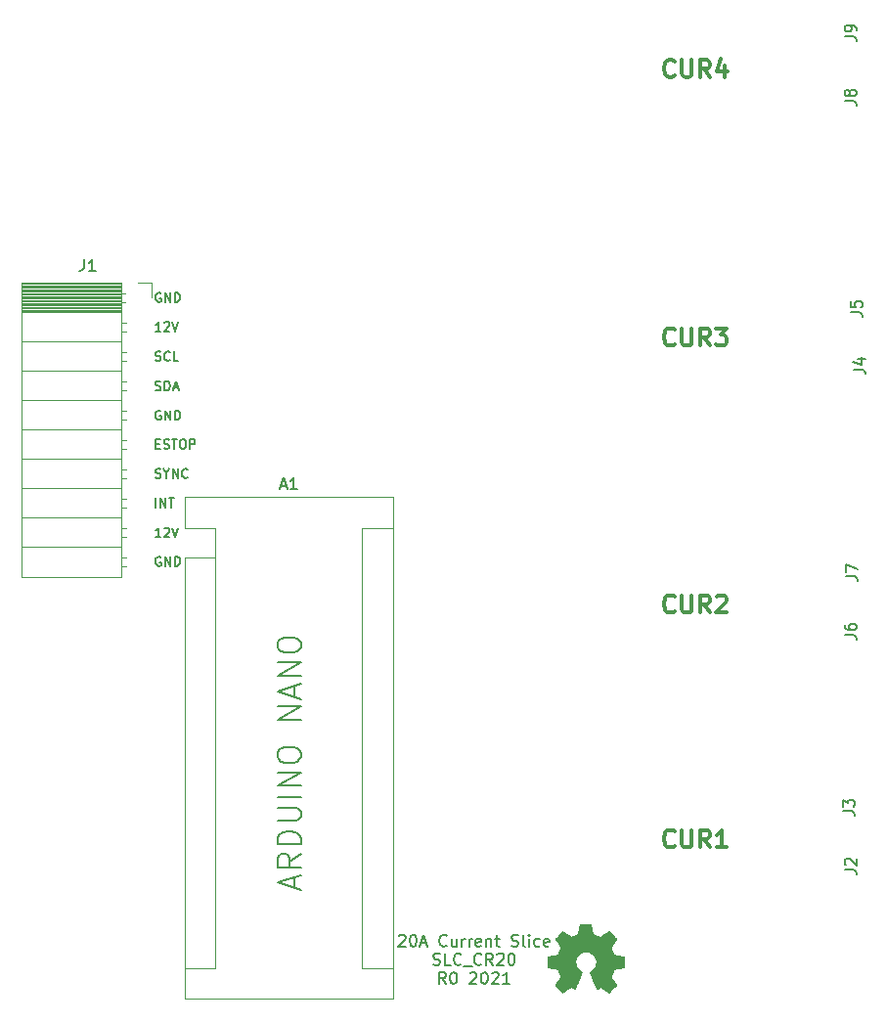
<source format=gbr>
%TF.GenerationSoftware,KiCad,Pcbnew,(6.0.4)*%
%TF.CreationDate,2023-07-24T13:01:57-04:00*%
%TF.ProjectId,BREAD_Slice,42524541-445f-4536-9c69-63652e6b6963,rev?*%
%TF.SameCoordinates,Original*%
%TF.FileFunction,Legend,Top*%
%TF.FilePolarity,Positive*%
%FSLAX46Y46*%
G04 Gerber Fmt 4.6, Leading zero omitted, Abs format (unit mm)*
G04 Created by KiCad (PCBNEW (6.0.4)) date 2023-07-24 13:01:57*
%MOMM*%
%LPD*%
G01*
G04 APERTURE LIST*
%ADD10C,0.300000*%
%ADD11C,0.150000*%
%ADD12C,0.120000*%
%ADD13C,0.010000*%
G04 APERTURE END LIST*
D10*
X176014285Y-126235714D02*
X175942857Y-126307142D01*
X175728571Y-126378571D01*
X175585714Y-126378571D01*
X175371428Y-126307142D01*
X175228571Y-126164285D01*
X175157142Y-126021428D01*
X175085714Y-125735714D01*
X175085714Y-125521428D01*
X175157142Y-125235714D01*
X175228571Y-125092857D01*
X175371428Y-124950000D01*
X175585714Y-124878571D01*
X175728571Y-124878571D01*
X175942857Y-124950000D01*
X176014285Y-125021428D01*
X176657142Y-124878571D02*
X176657142Y-126092857D01*
X176728571Y-126235714D01*
X176800000Y-126307142D01*
X176942857Y-126378571D01*
X177228571Y-126378571D01*
X177371428Y-126307142D01*
X177442857Y-126235714D01*
X177514285Y-126092857D01*
X177514285Y-124878571D01*
X179085714Y-126378571D02*
X178585714Y-125664285D01*
X178228571Y-126378571D02*
X178228571Y-124878571D01*
X178800000Y-124878571D01*
X178942857Y-124950000D01*
X179014285Y-125021428D01*
X179085714Y-125164285D01*
X179085714Y-125378571D01*
X179014285Y-125521428D01*
X178942857Y-125592857D01*
X178800000Y-125664285D01*
X178228571Y-125664285D01*
X180514285Y-126378571D02*
X179657142Y-126378571D01*
X180085714Y-126378571D02*
X180085714Y-124878571D01*
X179942857Y-125092857D01*
X179800000Y-125235714D01*
X179657142Y-125307142D01*
D11*
X131540476Y-88600000D02*
X131464285Y-88561904D01*
X131350000Y-88561904D01*
X131235714Y-88600000D01*
X131159523Y-88676190D01*
X131121428Y-88752380D01*
X131083333Y-88904761D01*
X131083333Y-89019047D01*
X131121428Y-89171428D01*
X131159523Y-89247619D01*
X131235714Y-89323809D01*
X131350000Y-89361904D01*
X131426190Y-89361904D01*
X131540476Y-89323809D01*
X131578571Y-89285714D01*
X131578571Y-89019047D01*
X131426190Y-89019047D01*
X131921428Y-89361904D02*
X131921428Y-88561904D01*
X132378571Y-89361904D01*
X132378571Y-88561904D01*
X132759523Y-89361904D02*
X132759523Y-88561904D01*
X132950000Y-88561904D01*
X133064285Y-88600000D01*
X133140476Y-88676190D01*
X133178571Y-88752380D01*
X133216666Y-88904761D01*
X133216666Y-89019047D01*
X133178571Y-89171428D01*
X133140476Y-89247619D01*
X133064285Y-89323809D01*
X132950000Y-89361904D01*
X132759523Y-89361904D01*
X131540476Y-99511904D02*
X131083334Y-99511904D01*
X131311905Y-99511904D02*
X131311905Y-98711904D01*
X131235715Y-98826190D01*
X131159524Y-98902380D01*
X131083334Y-98940476D01*
X131845238Y-98788095D02*
X131883334Y-98750000D01*
X131959524Y-98711904D01*
X132150000Y-98711904D01*
X132226191Y-98750000D01*
X132264286Y-98788095D01*
X132302381Y-98864285D01*
X132302381Y-98940476D01*
X132264286Y-99054761D01*
X131807143Y-99511904D01*
X132302381Y-99511904D01*
X132530953Y-98711904D02*
X132797619Y-99511904D01*
X133064286Y-98711904D01*
X131083333Y-94373809D02*
X131197619Y-94411904D01*
X131388095Y-94411904D01*
X131464286Y-94373809D01*
X131502381Y-94335714D01*
X131540476Y-94259523D01*
X131540476Y-94183333D01*
X131502381Y-94107142D01*
X131464286Y-94069047D01*
X131388095Y-94030952D01*
X131235714Y-93992857D01*
X131159524Y-93954761D01*
X131121429Y-93916666D01*
X131083333Y-93840476D01*
X131083333Y-93764285D01*
X131121429Y-93688095D01*
X131159524Y-93650000D01*
X131235714Y-93611904D01*
X131426190Y-93611904D01*
X131540476Y-93650000D01*
X132035714Y-94030952D02*
X132035714Y-94411904D01*
X131769048Y-93611904D02*
X132035714Y-94030952D01*
X132302381Y-93611904D01*
X132569048Y-94411904D02*
X132569048Y-93611904D01*
X133026190Y-94411904D01*
X133026190Y-93611904D01*
X133864286Y-94335714D02*
X133826190Y-94373809D01*
X133711905Y-94411904D01*
X133635714Y-94411904D01*
X133521429Y-94373809D01*
X133445238Y-94297619D01*
X133407143Y-94221428D01*
X133369048Y-94069047D01*
X133369048Y-93954761D01*
X133407143Y-93802380D01*
X133445238Y-93726190D01*
X133521429Y-93650000D01*
X133635714Y-93611904D01*
X133711905Y-93611904D01*
X133826190Y-93650000D01*
X133864286Y-93688095D01*
X131121428Y-96961904D02*
X131121428Y-96161904D01*
X131502380Y-96961904D02*
X131502380Y-96161904D01*
X131959523Y-96961904D01*
X131959523Y-96161904D01*
X132226190Y-96161904D02*
X132683333Y-96161904D01*
X132454761Y-96961904D02*
X132454761Y-96161904D01*
X131121428Y-91442857D02*
X131388095Y-91442857D01*
X131502380Y-91861904D02*
X131121428Y-91861904D01*
X131121428Y-91061904D01*
X131502380Y-91061904D01*
X131807142Y-91823809D02*
X131921428Y-91861904D01*
X132111904Y-91861904D01*
X132188095Y-91823809D01*
X132226190Y-91785714D01*
X132264285Y-91709523D01*
X132264285Y-91633333D01*
X132226190Y-91557142D01*
X132188095Y-91519047D01*
X132111904Y-91480952D01*
X131959523Y-91442857D01*
X131883333Y-91404761D01*
X131845238Y-91366666D01*
X131807142Y-91290476D01*
X131807142Y-91214285D01*
X131845238Y-91138095D01*
X131883333Y-91100000D01*
X131959523Y-91061904D01*
X132149999Y-91061904D01*
X132264285Y-91100000D01*
X132492857Y-91061904D02*
X132949999Y-91061904D01*
X132721428Y-91861904D02*
X132721428Y-91061904D01*
X133369047Y-91061904D02*
X133521428Y-91061904D01*
X133597619Y-91100000D01*
X133673809Y-91176190D01*
X133711904Y-91328571D01*
X133711904Y-91595238D01*
X133673809Y-91747619D01*
X133597619Y-91823809D01*
X133521428Y-91861904D01*
X133369047Y-91861904D01*
X133292857Y-91823809D01*
X133216666Y-91747619D01*
X133178571Y-91595238D01*
X133178571Y-91328571D01*
X133216666Y-91176190D01*
X133292857Y-91100000D01*
X133369047Y-91061904D01*
X134054761Y-91861904D02*
X134054761Y-91061904D01*
X134359523Y-91061904D01*
X134435714Y-91100000D01*
X134473809Y-91138095D01*
X134511904Y-91214285D01*
X134511904Y-91328571D01*
X134473809Y-91404761D01*
X134435714Y-91442857D01*
X134359523Y-91480952D01*
X134054761Y-91480952D01*
X131083333Y-86773809D02*
X131197619Y-86811904D01*
X131388095Y-86811904D01*
X131464285Y-86773809D01*
X131502381Y-86735714D01*
X131540476Y-86659523D01*
X131540476Y-86583333D01*
X131502381Y-86507142D01*
X131464285Y-86469047D01*
X131388095Y-86430952D01*
X131235714Y-86392857D01*
X131159523Y-86354761D01*
X131121428Y-86316666D01*
X131083333Y-86240476D01*
X131083333Y-86164285D01*
X131121428Y-86088095D01*
X131159523Y-86050000D01*
X131235714Y-86011904D01*
X131426190Y-86011904D01*
X131540476Y-86050000D01*
X131883333Y-86811904D02*
X131883333Y-86011904D01*
X132073809Y-86011904D01*
X132188095Y-86050000D01*
X132264285Y-86126190D01*
X132302381Y-86202380D01*
X132340476Y-86354761D01*
X132340476Y-86469047D01*
X132302381Y-86621428D01*
X132264285Y-86697619D01*
X132188095Y-86773809D01*
X132073809Y-86811904D01*
X131883333Y-86811904D01*
X132645238Y-86583333D02*
X133026190Y-86583333D01*
X132569047Y-86811904D02*
X132835714Y-86011904D01*
X133102381Y-86811904D01*
X143093333Y-129907142D02*
X143093333Y-128954761D01*
X143664761Y-130097619D02*
X141664761Y-129430952D01*
X143664761Y-128764285D01*
X143664761Y-126954761D02*
X142712380Y-127621428D01*
X143664761Y-128097619D02*
X141664761Y-128097619D01*
X141664761Y-127335714D01*
X141760000Y-127145238D01*
X141855238Y-127050000D01*
X142045714Y-126954761D01*
X142331428Y-126954761D01*
X142521904Y-127050000D01*
X142617142Y-127145238D01*
X142712380Y-127335714D01*
X142712380Y-128097619D01*
X143664761Y-126097619D02*
X141664761Y-126097619D01*
X141664761Y-125621428D01*
X141760000Y-125335714D01*
X141950476Y-125145238D01*
X142140952Y-125050000D01*
X142521904Y-124954761D01*
X142807619Y-124954761D01*
X143188571Y-125050000D01*
X143379047Y-125145238D01*
X143569523Y-125335714D01*
X143664761Y-125621428D01*
X143664761Y-126097619D01*
X141664761Y-124097619D02*
X143283809Y-124097619D01*
X143474285Y-124002380D01*
X143569523Y-123907142D01*
X143664761Y-123716666D01*
X143664761Y-123335714D01*
X143569523Y-123145238D01*
X143474285Y-123050000D01*
X143283809Y-122954761D01*
X141664761Y-122954761D01*
X143664761Y-122002380D02*
X141664761Y-122002380D01*
X143664761Y-121050000D02*
X141664761Y-121050000D01*
X143664761Y-119907142D01*
X141664761Y-119907142D01*
X141664761Y-118573809D02*
X141664761Y-118192857D01*
X141760000Y-118002380D01*
X141950476Y-117811904D01*
X142331428Y-117716666D01*
X142998095Y-117716666D01*
X143379047Y-117811904D01*
X143569523Y-118002380D01*
X143664761Y-118192857D01*
X143664761Y-118573809D01*
X143569523Y-118764285D01*
X143379047Y-118954761D01*
X142998095Y-119050000D01*
X142331428Y-119050000D01*
X141950476Y-118954761D01*
X141760000Y-118764285D01*
X141664761Y-118573809D01*
X143664761Y-115335714D02*
X141664761Y-115335714D01*
X143664761Y-114192857D01*
X141664761Y-114192857D01*
X143093333Y-113335714D02*
X143093333Y-112383333D01*
X143664761Y-113526190D02*
X141664761Y-112859523D01*
X143664761Y-112192857D01*
X143664761Y-111526190D02*
X141664761Y-111526190D01*
X143664761Y-110383333D01*
X141664761Y-110383333D01*
X141664761Y-109050000D02*
X141664761Y-108669047D01*
X141760000Y-108478571D01*
X141950476Y-108288095D01*
X142331428Y-108192857D01*
X142998095Y-108192857D01*
X143379047Y-108288095D01*
X143569523Y-108478571D01*
X143664761Y-108669047D01*
X143664761Y-109050000D01*
X143569523Y-109240476D01*
X143379047Y-109430952D01*
X142998095Y-109526190D01*
X142331428Y-109526190D01*
X141950476Y-109430952D01*
X141760000Y-109240476D01*
X141664761Y-109050000D01*
D10*
X176014285Y-59560714D02*
X175942857Y-59632142D01*
X175728571Y-59703571D01*
X175585714Y-59703571D01*
X175371428Y-59632142D01*
X175228571Y-59489285D01*
X175157142Y-59346428D01*
X175085714Y-59060714D01*
X175085714Y-58846428D01*
X175157142Y-58560714D01*
X175228571Y-58417857D01*
X175371428Y-58275000D01*
X175585714Y-58203571D01*
X175728571Y-58203571D01*
X175942857Y-58275000D01*
X176014285Y-58346428D01*
X176657142Y-58203571D02*
X176657142Y-59417857D01*
X176728571Y-59560714D01*
X176800000Y-59632142D01*
X176942857Y-59703571D01*
X177228571Y-59703571D01*
X177371428Y-59632142D01*
X177442857Y-59560714D01*
X177514285Y-59417857D01*
X177514285Y-58203571D01*
X179085714Y-59703571D02*
X178585714Y-58989285D01*
X178228571Y-59703571D02*
X178228571Y-58203571D01*
X178800000Y-58203571D01*
X178942857Y-58275000D01*
X179014285Y-58346428D01*
X179085714Y-58489285D01*
X179085714Y-58703571D01*
X179014285Y-58846428D01*
X178942857Y-58917857D01*
X178800000Y-58989285D01*
X178228571Y-58989285D01*
X180371428Y-58703571D02*
X180371428Y-59703571D01*
X180014285Y-58132142D02*
X179657142Y-59203571D01*
X180585714Y-59203571D01*
D11*
X152144190Y-134054619D02*
X152191809Y-134007000D01*
X152287047Y-133959380D01*
X152525142Y-133959380D01*
X152620380Y-134007000D01*
X152668000Y-134054619D01*
X152715619Y-134149857D01*
X152715619Y-134245095D01*
X152668000Y-134387952D01*
X152096571Y-134959380D01*
X152715619Y-134959380D01*
X153334666Y-133959380D02*
X153429904Y-133959380D01*
X153525142Y-134007000D01*
X153572761Y-134054619D01*
X153620380Y-134149857D01*
X153668000Y-134340333D01*
X153668000Y-134578428D01*
X153620380Y-134768904D01*
X153572761Y-134864142D01*
X153525142Y-134911761D01*
X153429904Y-134959380D01*
X153334666Y-134959380D01*
X153239428Y-134911761D01*
X153191809Y-134864142D01*
X153144190Y-134768904D01*
X153096571Y-134578428D01*
X153096571Y-134340333D01*
X153144190Y-134149857D01*
X153191809Y-134054619D01*
X153239428Y-134007000D01*
X153334666Y-133959380D01*
X154048952Y-134673666D02*
X154525142Y-134673666D01*
X153953714Y-134959380D02*
X154287047Y-133959380D01*
X154620380Y-134959380D01*
X156287047Y-134864142D02*
X156239428Y-134911761D01*
X156096571Y-134959380D01*
X156001333Y-134959380D01*
X155858476Y-134911761D01*
X155763238Y-134816523D01*
X155715619Y-134721285D01*
X155668000Y-134530809D01*
X155668000Y-134387952D01*
X155715619Y-134197476D01*
X155763238Y-134102238D01*
X155858476Y-134007000D01*
X156001333Y-133959380D01*
X156096571Y-133959380D01*
X156239428Y-134007000D01*
X156287047Y-134054619D01*
X157144190Y-134292714D02*
X157144190Y-134959380D01*
X156715619Y-134292714D02*
X156715619Y-134816523D01*
X156763238Y-134911761D01*
X156858476Y-134959380D01*
X157001333Y-134959380D01*
X157096571Y-134911761D01*
X157144190Y-134864142D01*
X157620380Y-134959380D02*
X157620380Y-134292714D01*
X157620380Y-134483190D02*
X157668000Y-134387952D01*
X157715619Y-134340333D01*
X157810857Y-134292714D01*
X157906095Y-134292714D01*
X158239428Y-134959380D02*
X158239428Y-134292714D01*
X158239428Y-134483190D02*
X158287047Y-134387952D01*
X158334666Y-134340333D01*
X158429904Y-134292714D01*
X158525142Y-134292714D01*
X159239428Y-134911761D02*
X159144190Y-134959380D01*
X158953714Y-134959380D01*
X158858476Y-134911761D01*
X158810857Y-134816523D01*
X158810857Y-134435571D01*
X158858476Y-134340333D01*
X158953714Y-134292714D01*
X159144190Y-134292714D01*
X159239428Y-134340333D01*
X159287047Y-134435571D01*
X159287047Y-134530809D01*
X158810857Y-134626047D01*
X159715619Y-134292714D02*
X159715619Y-134959380D01*
X159715619Y-134387952D02*
X159763238Y-134340333D01*
X159858476Y-134292714D01*
X160001333Y-134292714D01*
X160096571Y-134340333D01*
X160144190Y-134435571D01*
X160144190Y-134959380D01*
X160477523Y-134292714D02*
X160858476Y-134292714D01*
X160620380Y-133959380D02*
X160620380Y-134816523D01*
X160668000Y-134911761D01*
X160763238Y-134959380D01*
X160858476Y-134959380D01*
X161906095Y-134911761D02*
X162048952Y-134959380D01*
X162287047Y-134959380D01*
X162382285Y-134911761D01*
X162429904Y-134864142D01*
X162477523Y-134768904D01*
X162477523Y-134673666D01*
X162429904Y-134578428D01*
X162382285Y-134530809D01*
X162287047Y-134483190D01*
X162096571Y-134435571D01*
X162001333Y-134387952D01*
X161953714Y-134340333D01*
X161906095Y-134245095D01*
X161906095Y-134149857D01*
X161953714Y-134054619D01*
X162001333Y-134007000D01*
X162096571Y-133959380D01*
X162334666Y-133959380D01*
X162477523Y-134007000D01*
X163048952Y-134959380D02*
X162953714Y-134911761D01*
X162906095Y-134816523D01*
X162906095Y-133959380D01*
X163429904Y-134959380D02*
X163429904Y-134292714D01*
X163429904Y-133959380D02*
X163382285Y-134007000D01*
X163429904Y-134054619D01*
X163477523Y-134007000D01*
X163429904Y-133959380D01*
X163429904Y-134054619D01*
X164334666Y-134911761D02*
X164239428Y-134959380D01*
X164048952Y-134959380D01*
X163953714Y-134911761D01*
X163906095Y-134864142D01*
X163858476Y-134768904D01*
X163858476Y-134483190D01*
X163906095Y-134387952D01*
X163953714Y-134340333D01*
X164048952Y-134292714D01*
X164239428Y-134292714D01*
X164334666Y-134340333D01*
X165144190Y-134911761D02*
X165048952Y-134959380D01*
X164858476Y-134959380D01*
X164763238Y-134911761D01*
X164715619Y-134816523D01*
X164715619Y-134435571D01*
X164763238Y-134340333D01*
X164858476Y-134292714D01*
X165048952Y-134292714D01*
X165144190Y-134340333D01*
X165191809Y-134435571D01*
X165191809Y-134530809D01*
X164715619Y-134626047D01*
X155144190Y-136521761D02*
X155287047Y-136569380D01*
X155525142Y-136569380D01*
X155620380Y-136521761D01*
X155668000Y-136474142D01*
X155715619Y-136378904D01*
X155715619Y-136283666D01*
X155668000Y-136188428D01*
X155620380Y-136140809D01*
X155525142Y-136093190D01*
X155334666Y-136045571D01*
X155239428Y-135997952D01*
X155191809Y-135950333D01*
X155144190Y-135855095D01*
X155144190Y-135759857D01*
X155191809Y-135664619D01*
X155239428Y-135617000D01*
X155334666Y-135569380D01*
X155572761Y-135569380D01*
X155715619Y-135617000D01*
X156620380Y-136569380D02*
X156144190Y-136569380D01*
X156144190Y-135569380D01*
X157525142Y-136474142D02*
X157477523Y-136521761D01*
X157334666Y-136569380D01*
X157239428Y-136569380D01*
X157096571Y-136521761D01*
X157001333Y-136426523D01*
X156953714Y-136331285D01*
X156906095Y-136140809D01*
X156906095Y-135997952D01*
X156953714Y-135807476D01*
X157001333Y-135712238D01*
X157096571Y-135617000D01*
X157239428Y-135569380D01*
X157334666Y-135569380D01*
X157477523Y-135617000D01*
X157525142Y-135664619D01*
X157715619Y-136664619D02*
X158477523Y-136664619D01*
X159287047Y-136474142D02*
X159239428Y-136521761D01*
X159096571Y-136569380D01*
X159001333Y-136569380D01*
X158858476Y-136521761D01*
X158763238Y-136426523D01*
X158715619Y-136331285D01*
X158668000Y-136140809D01*
X158668000Y-135997952D01*
X158715619Y-135807476D01*
X158763238Y-135712238D01*
X158858476Y-135617000D01*
X159001333Y-135569380D01*
X159096571Y-135569380D01*
X159239428Y-135617000D01*
X159287047Y-135664619D01*
X160287047Y-136569380D02*
X159953714Y-136093190D01*
X159715619Y-136569380D02*
X159715619Y-135569380D01*
X160096571Y-135569380D01*
X160191809Y-135617000D01*
X160239428Y-135664619D01*
X160287047Y-135759857D01*
X160287047Y-135902714D01*
X160239428Y-135997952D01*
X160191809Y-136045571D01*
X160096571Y-136093190D01*
X159715619Y-136093190D01*
X160668000Y-135664619D02*
X160715619Y-135617000D01*
X160810857Y-135569380D01*
X161048952Y-135569380D01*
X161144190Y-135617000D01*
X161191809Y-135664619D01*
X161239428Y-135759857D01*
X161239428Y-135855095D01*
X161191809Y-135997952D01*
X160620380Y-136569380D01*
X161239428Y-136569380D01*
X161858476Y-135569380D02*
X161953714Y-135569380D01*
X162048952Y-135617000D01*
X162096571Y-135664619D01*
X162144190Y-135759857D01*
X162191809Y-135950333D01*
X162191809Y-136188428D01*
X162144190Y-136378904D01*
X162096571Y-136474142D01*
X162048952Y-136521761D01*
X161953714Y-136569380D01*
X161858476Y-136569380D01*
X161763238Y-136521761D01*
X161715619Y-136474142D01*
X161668000Y-136378904D01*
X161620380Y-136188428D01*
X161620380Y-135950333D01*
X161668000Y-135759857D01*
X161715619Y-135664619D01*
X161763238Y-135617000D01*
X161858476Y-135569380D01*
X156215619Y-138179380D02*
X155882285Y-137703190D01*
X155644190Y-138179380D02*
X155644190Y-137179380D01*
X156025142Y-137179380D01*
X156120380Y-137227000D01*
X156168000Y-137274619D01*
X156215619Y-137369857D01*
X156215619Y-137512714D01*
X156168000Y-137607952D01*
X156120380Y-137655571D01*
X156025142Y-137703190D01*
X155644190Y-137703190D01*
X156834666Y-137179380D02*
X156929904Y-137179380D01*
X157025142Y-137227000D01*
X157072761Y-137274619D01*
X157120380Y-137369857D01*
X157168000Y-137560333D01*
X157168000Y-137798428D01*
X157120380Y-137988904D01*
X157072761Y-138084142D01*
X157025142Y-138131761D01*
X156929904Y-138179380D01*
X156834666Y-138179380D01*
X156739428Y-138131761D01*
X156691809Y-138084142D01*
X156644190Y-137988904D01*
X156596571Y-137798428D01*
X156596571Y-137560333D01*
X156644190Y-137369857D01*
X156691809Y-137274619D01*
X156739428Y-137227000D01*
X156834666Y-137179380D01*
X158310857Y-137274619D02*
X158358476Y-137227000D01*
X158453714Y-137179380D01*
X158691809Y-137179380D01*
X158787047Y-137227000D01*
X158834666Y-137274619D01*
X158882285Y-137369857D01*
X158882285Y-137465095D01*
X158834666Y-137607952D01*
X158263238Y-138179380D01*
X158882285Y-138179380D01*
X159501333Y-137179380D02*
X159596571Y-137179380D01*
X159691809Y-137227000D01*
X159739428Y-137274619D01*
X159787047Y-137369857D01*
X159834666Y-137560333D01*
X159834666Y-137798428D01*
X159787047Y-137988904D01*
X159739428Y-138084142D01*
X159691809Y-138131761D01*
X159596571Y-138179380D01*
X159501333Y-138179380D01*
X159406095Y-138131761D01*
X159358476Y-138084142D01*
X159310857Y-137988904D01*
X159263238Y-137798428D01*
X159263238Y-137560333D01*
X159310857Y-137369857D01*
X159358476Y-137274619D01*
X159406095Y-137227000D01*
X159501333Y-137179380D01*
X160215619Y-137274619D02*
X160263238Y-137227000D01*
X160358476Y-137179380D01*
X160596571Y-137179380D01*
X160691809Y-137227000D01*
X160739428Y-137274619D01*
X160787047Y-137369857D01*
X160787047Y-137465095D01*
X160739428Y-137607952D01*
X160168000Y-138179380D01*
X160787047Y-138179380D01*
X161739428Y-138179380D02*
X161168000Y-138179380D01*
X161453714Y-138179380D02*
X161453714Y-137179380D01*
X161358476Y-137322238D01*
X161263238Y-137417476D01*
X161168000Y-137465095D01*
X131540476Y-78400000D02*
X131464285Y-78361904D01*
X131350000Y-78361904D01*
X131235714Y-78400000D01*
X131159523Y-78476190D01*
X131121428Y-78552380D01*
X131083333Y-78704761D01*
X131083333Y-78819047D01*
X131121428Y-78971428D01*
X131159523Y-79047619D01*
X131235714Y-79123809D01*
X131350000Y-79161904D01*
X131426190Y-79161904D01*
X131540476Y-79123809D01*
X131578571Y-79085714D01*
X131578571Y-78819047D01*
X131426190Y-78819047D01*
X131921428Y-79161904D02*
X131921428Y-78361904D01*
X132378571Y-79161904D01*
X132378571Y-78361904D01*
X132759523Y-79161904D02*
X132759523Y-78361904D01*
X132950000Y-78361904D01*
X133064285Y-78400000D01*
X133140476Y-78476190D01*
X133178571Y-78552380D01*
X133216666Y-78704761D01*
X133216666Y-78819047D01*
X133178571Y-78971428D01*
X133140476Y-79047619D01*
X133064285Y-79123809D01*
X132950000Y-79161904D01*
X132759523Y-79161904D01*
D10*
X176014285Y-105915714D02*
X175942857Y-105987142D01*
X175728571Y-106058571D01*
X175585714Y-106058571D01*
X175371428Y-105987142D01*
X175228571Y-105844285D01*
X175157142Y-105701428D01*
X175085714Y-105415714D01*
X175085714Y-105201428D01*
X175157142Y-104915714D01*
X175228571Y-104772857D01*
X175371428Y-104630000D01*
X175585714Y-104558571D01*
X175728571Y-104558571D01*
X175942857Y-104630000D01*
X176014285Y-104701428D01*
X176657142Y-104558571D02*
X176657142Y-105772857D01*
X176728571Y-105915714D01*
X176800000Y-105987142D01*
X176942857Y-106058571D01*
X177228571Y-106058571D01*
X177371428Y-105987142D01*
X177442857Y-105915714D01*
X177514285Y-105772857D01*
X177514285Y-104558571D01*
X179085714Y-106058571D02*
X178585714Y-105344285D01*
X178228571Y-106058571D02*
X178228571Y-104558571D01*
X178800000Y-104558571D01*
X178942857Y-104630000D01*
X179014285Y-104701428D01*
X179085714Y-104844285D01*
X179085714Y-105058571D01*
X179014285Y-105201428D01*
X178942857Y-105272857D01*
X178800000Y-105344285D01*
X178228571Y-105344285D01*
X179657142Y-104701428D02*
X179728571Y-104630000D01*
X179871428Y-104558571D01*
X180228571Y-104558571D01*
X180371428Y-104630000D01*
X180442857Y-104701428D01*
X180514285Y-104844285D01*
X180514285Y-104987142D01*
X180442857Y-105201428D01*
X179585714Y-106058571D01*
X180514285Y-106058571D01*
D11*
X131540476Y-81711904D02*
X131083334Y-81711904D01*
X131311905Y-81711904D02*
X131311905Y-80911904D01*
X131235715Y-81026190D01*
X131159524Y-81102380D01*
X131083334Y-81140476D01*
X131845238Y-80988095D02*
X131883334Y-80950000D01*
X131959524Y-80911904D01*
X132150000Y-80911904D01*
X132226191Y-80950000D01*
X132264286Y-80988095D01*
X132302381Y-81064285D01*
X132302381Y-81140476D01*
X132264286Y-81254761D01*
X131807143Y-81711904D01*
X132302381Y-81711904D01*
X132530953Y-80911904D02*
X132797619Y-81711904D01*
X133064286Y-80911904D01*
D10*
X176014285Y-82801714D02*
X175942857Y-82873142D01*
X175728571Y-82944571D01*
X175585714Y-82944571D01*
X175371428Y-82873142D01*
X175228571Y-82730285D01*
X175157142Y-82587428D01*
X175085714Y-82301714D01*
X175085714Y-82087428D01*
X175157142Y-81801714D01*
X175228571Y-81658857D01*
X175371428Y-81516000D01*
X175585714Y-81444571D01*
X175728571Y-81444571D01*
X175942857Y-81516000D01*
X176014285Y-81587428D01*
X176657142Y-81444571D02*
X176657142Y-82658857D01*
X176728571Y-82801714D01*
X176800000Y-82873142D01*
X176942857Y-82944571D01*
X177228571Y-82944571D01*
X177371428Y-82873142D01*
X177442857Y-82801714D01*
X177514285Y-82658857D01*
X177514285Y-81444571D01*
X179085714Y-82944571D02*
X178585714Y-82230285D01*
X178228571Y-82944571D02*
X178228571Y-81444571D01*
X178800000Y-81444571D01*
X178942857Y-81516000D01*
X179014285Y-81587428D01*
X179085714Y-81730285D01*
X179085714Y-81944571D01*
X179014285Y-82087428D01*
X178942857Y-82158857D01*
X178800000Y-82230285D01*
X178228571Y-82230285D01*
X179585714Y-81444571D02*
X180514285Y-81444571D01*
X180014285Y-82016000D01*
X180228571Y-82016000D01*
X180371428Y-82087428D01*
X180442857Y-82158857D01*
X180514285Y-82301714D01*
X180514285Y-82658857D01*
X180442857Y-82801714D01*
X180371428Y-82873142D01*
X180228571Y-82944571D01*
X179800000Y-82944571D01*
X179657142Y-82873142D01*
X179585714Y-82801714D01*
D11*
X131540476Y-101250000D02*
X131464285Y-101211904D01*
X131350000Y-101211904D01*
X131235714Y-101250000D01*
X131159523Y-101326190D01*
X131121428Y-101402380D01*
X131083333Y-101554761D01*
X131083333Y-101669047D01*
X131121428Y-101821428D01*
X131159523Y-101897619D01*
X131235714Y-101973809D01*
X131350000Y-102011904D01*
X131426190Y-102011904D01*
X131540476Y-101973809D01*
X131578571Y-101935714D01*
X131578571Y-101669047D01*
X131426190Y-101669047D01*
X131921428Y-102011904D02*
X131921428Y-101211904D01*
X132378571Y-102011904D01*
X132378571Y-101211904D01*
X132759523Y-102011904D02*
X132759523Y-101211904D01*
X132950000Y-101211904D01*
X133064285Y-101250000D01*
X133140476Y-101326190D01*
X133178571Y-101402380D01*
X133216666Y-101554761D01*
X133216666Y-101669047D01*
X133178571Y-101821428D01*
X133140476Y-101897619D01*
X133064285Y-101973809D01*
X132950000Y-102011904D01*
X132759523Y-102011904D01*
X131083334Y-84223809D02*
X131197619Y-84261904D01*
X131388095Y-84261904D01*
X131464286Y-84223809D01*
X131502381Y-84185714D01*
X131540476Y-84109523D01*
X131540476Y-84033333D01*
X131502381Y-83957142D01*
X131464286Y-83919047D01*
X131388095Y-83880952D01*
X131235715Y-83842857D01*
X131159524Y-83804761D01*
X131121429Y-83766666D01*
X131083334Y-83690476D01*
X131083334Y-83614285D01*
X131121429Y-83538095D01*
X131159524Y-83500000D01*
X131235715Y-83461904D01*
X131426191Y-83461904D01*
X131540476Y-83500000D01*
X132340476Y-84185714D02*
X132302381Y-84223809D01*
X132188095Y-84261904D01*
X132111905Y-84261904D01*
X131997619Y-84223809D01*
X131921429Y-84147619D01*
X131883334Y-84071428D01*
X131845238Y-83919047D01*
X131845238Y-83804761D01*
X131883334Y-83652380D01*
X131921429Y-83576190D01*
X131997619Y-83500000D01*
X132111905Y-83461904D01*
X132188095Y-83461904D01*
X132302381Y-83500000D01*
X132340476Y-83538095D01*
X133064286Y-84261904D02*
X132683334Y-84261904D01*
X132683334Y-83461904D01*
%TO.C,A1*%
X141905714Y-95086666D02*
X142381904Y-95086666D01*
X141810476Y-95372380D02*
X142143809Y-94372380D01*
X142477142Y-95372380D01*
X143334285Y-95372380D02*
X142762857Y-95372380D01*
X143048571Y-95372380D02*
X143048571Y-94372380D01*
X142953333Y-94515238D01*
X142858095Y-94610476D01*
X142762857Y-94658095D01*
%TO.C,J1*%
X124886666Y-75482380D02*
X124886666Y-76196666D01*
X124839047Y-76339523D01*
X124743809Y-76434761D01*
X124600952Y-76482380D01*
X124505714Y-76482380D01*
X125886666Y-76482380D02*
X125315238Y-76482380D01*
X125600952Y-76482380D02*
X125600952Y-75482380D01*
X125505714Y-75625238D01*
X125410476Y-75720476D01*
X125315238Y-75768095D01*
%TO.C,J2*%
X190751380Y-128322333D02*
X191465666Y-128322333D01*
X191608523Y-128369952D01*
X191703761Y-128465190D01*
X191751380Y-128608047D01*
X191751380Y-128703285D01*
X190846619Y-127893761D02*
X190799000Y-127846142D01*
X190751380Y-127750904D01*
X190751380Y-127512809D01*
X190799000Y-127417571D01*
X190846619Y-127369952D01*
X190941857Y-127322333D01*
X191037095Y-127322333D01*
X191179952Y-127369952D01*
X191751380Y-127941380D01*
X191751380Y-127322333D01*
%TO.C,J3*%
X190624380Y-123242333D02*
X191338666Y-123242333D01*
X191481523Y-123289952D01*
X191576761Y-123385190D01*
X191624380Y-123528047D01*
X191624380Y-123623285D01*
X190624380Y-122861380D02*
X190624380Y-122242333D01*
X191005333Y-122575666D01*
X191005333Y-122432809D01*
X191052952Y-122337571D01*
X191100571Y-122289952D01*
X191195809Y-122242333D01*
X191433904Y-122242333D01*
X191529142Y-122289952D01*
X191576761Y-122337571D01*
X191624380Y-122432809D01*
X191624380Y-122718523D01*
X191576761Y-122813761D01*
X191529142Y-122861380D01*
%TO.C,J4*%
X191513380Y-85015333D02*
X192227666Y-85015333D01*
X192370523Y-85062952D01*
X192465761Y-85158190D01*
X192513380Y-85301047D01*
X192513380Y-85396285D01*
X191846714Y-84110571D02*
X192513380Y-84110571D01*
X191465761Y-84348666D02*
X192180047Y-84586761D01*
X192180047Y-83967714D01*
%TO.C,J5*%
X191259380Y-80062333D02*
X191973666Y-80062333D01*
X192116523Y-80109952D01*
X192211761Y-80205190D01*
X192259380Y-80348047D01*
X192259380Y-80443285D01*
X191259380Y-79109952D02*
X191259380Y-79586142D01*
X191735571Y-79633761D01*
X191687952Y-79586142D01*
X191640333Y-79490904D01*
X191640333Y-79252809D01*
X191687952Y-79157571D01*
X191735571Y-79109952D01*
X191830809Y-79062333D01*
X192068904Y-79062333D01*
X192164142Y-79109952D01*
X192211761Y-79157571D01*
X192259380Y-79252809D01*
X192259380Y-79490904D01*
X192211761Y-79586142D01*
X192164142Y-79633761D01*
%TO.C,J6*%
X190751380Y-108002333D02*
X191465666Y-108002333D01*
X191608523Y-108049952D01*
X191703761Y-108145190D01*
X191751380Y-108288047D01*
X191751380Y-108383285D01*
X190751380Y-107097571D02*
X190751380Y-107288047D01*
X190799000Y-107383285D01*
X190846619Y-107430904D01*
X190989476Y-107526142D01*
X191179952Y-107573761D01*
X191560904Y-107573761D01*
X191656142Y-107526142D01*
X191703761Y-107478523D01*
X191751380Y-107383285D01*
X191751380Y-107192809D01*
X191703761Y-107097571D01*
X191656142Y-107049952D01*
X191560904Y-107002333D01*
X191322809Y-107002333D01*
X191227571Y-107049952D01*
X191179952Y-107097571D01*
X191132333Y-107192809D01*
X191132333Y-107383285D01*
X191179952Y-107478523D01*
X191227571Y-107526142D01*
X191322809Y-107573761D01*
%TO.C,J7*%
X190878380Y-102922333D02*
X191592666Y-102922333D01*
X191735523Y-102969952D01*
X191830761Y-103065190D01*
X191878380Y-103208047D01*
X191878380Y-103303285D01*
X190878380Y-102541380D02*
X190878380Y-101874714D01*
X191878380Y-102303285D01*
%TO.C,J8*%
X190751380Y-61774333D02*
X191465666Y-61774333D01*
X191608523Y-61821952D01*
X191703761Y-61917190D01*
X191751380Y-62060047D01*
X191751380Y-62155285D01*
X191179952Y-61155285D02*
X191132333Y-61250523D01*
X191084714Y-61298142D01*
X190989476Y-61345761D01*
X190941857Y-61345761D01*
X190846619Y-61298142D01*
X190799000Y-61250523D01*
X190751380Y-61155285D01*
X190751380Y-60964809D01*
X190799000Y-60869571D01*
X190846619Y-60821952D01*
X190941857Y-60774333D01*
X190989476Y-60774333D01*
X191084714Y-60821952D01*
X191132333Y-60869571D01*
X191179952Y-60964809D01*
X191179952Y-61155285D01*
X191227571Y-61250523D01*
X191275190Y-61298142D01*
X191370428Y-61345761D01*
X191560904Y-61345761D01*
X191656142Y-61298142D01*
X191703761Y-61250523D01*
X191751380Y-61155285D01*
X191751380Y-60964809D01*
X191703761Y-60869571D01*
X191656142Y-60821952D01*
X191560904Y-60774333D01*
X191370428Y-60774333D01*
X191275190Y-60821952D01*
X191227571Y-60869571D01*
X191179952Y-60964809D01*
%TO.C,J9*%
X190751380Y-56186333D02*
X191465666Y-56186333D01*
X191608523Y-56233952D01*
X191703761Y-56329190D01*
X191751380Y-56472047D01*
X191751380Y-56567285D01*
X191751380Y-55662523D02*
X191751380Y-55472047D01*
X191703761Y-55376809D01*
X191656142Y-55329190D01*
X191513285Y-55233952D01*
X191322809Y-55186333D01*
X190941857Y-55186333D01*
X190846619Y-55233952D01*
X190799000Y-55281571D01*
X190751380Y-55376809D01*
X190751380Y-55567285D01*
X190799000Y-55662523D01*
X190846619Y-55710142D01*
X190941857Y-55757761D01*
X191179952Y-55757761D01*
X191275190Y-55710142D01*
X191322809Y-55662523D01*
X191370428Y-55567285D01*
X191370428Y-55376809D01*
X191322809Y-55281571D01*
X191275190Y-55233952D01*
X191179952Y-55186333D01*
D12*
%TO.C,A1*%
X133600000Y-101270000D02*
X133600000Y-139500000D01*
X136270000Y-101270000D02*
X133600000Y-101270000D01*
X148970000Y-98730000D02*
X151640000Y-98730000D01*
X136270000Y-136830000D02*
X133600000Y-136830000D01*
X136270000Y-101270000D02*
X136270000Y-136830000D01*
X133600000Y-139500000D02*
X151640000Y-139500000D01*
X151640000Y-139500000D02*
X151640000Y-96060000D01*
X133600000Y-96060000D02*
X133600000Y-98730000D01*
X136270000Y-98730000D02*
X133600000Y-98730000D01*
X151640000Y-96060000D02*
X133600000Y-96060000D01*
X136270000Y-101270000D02*
X136270000Y-98730000D01*
X148970000Y-98730000D02*
X148970000Y-136830000D01*
X148970000Y-136830000D02*
X151640000Y-136830000D01*
%TO.C,J1*%
X128140000Y-79160000D02*
X128490000Y-79160000D01*
X119510000Y-78652855D02*
X128140000Y-78652855D01*
X128140000Y-96220000D02*
X128550000Y-96220000D01*
X119510000Y-77590000D02*
X128140000Y-77590000D01*
X119510000Y-90230000D02*
X128140000Y-90230000D01*
X129600000Y-77470000D02*
X130710000Y-77470000D01*
X119510000Y-100390000D02*
X128140000Y-100390000D01*
X119510000Y-79007140D02*
X128140000Y-79007140D01*
X128140000Y-94400000D02*
X128550000Y-94400000D01*
X119510000Y-77470000D02*
X128140000Y-77470000D01*
X119510000Y-79951900D02*
X128140000Y-79951900D01*
X128140000Y-81700000D02*
X128550000Y-81700000D01*
X119510000Y-102990000D02*
X128140000Y-102990000D01*
X128140000Y-96940000D02*
X128550000Y-96940000D01*
X128140000Y-93680000D02*
X128550000Y-93680000D01*
X119510000Y-97850000D02*
X128140000Y-97850000D01*
X119510000Y-87690000D02*
X128140000Y-87690000D01*
X119510000Y-95310000D02*
X128140000Y-95310000D01*
X119510000Y-80070000D02*
X128140000Y-80070000D01*
X128140000Y-101300000D02*
X128550000Y-101300000D01*
X119510000Y-77708095D02*
X128140000Y-77708095D01*
X119510000Y-79479520D02*
X128140000Y-79479520D01*
X119510000Y-77470000D02*
X119510000Y-102990000D01*
X128140000Y-98760000D02*
X128550000Y-98760000D01*
X119510000Y-79125235D02*
X128140000Y-79125235D01*
X119510000Y-78180475D02*
X128140000Y-78180475D01*
X130710000Y-77470000D02*
X130710000Y-78800000D01*
X119510000Y-79715710D02*
X128140000Y-79715710D01*
X119510000Y-79597615D02*
X128140000Y-79597615D01*
X128140000Y-83520000D02*
X128550000Y-83520000D01*
X128140000Y-91140000D02*
X128550000Y-91140000D01*
X128140000Y-80980000D02*
X128550000Y-80980000D01*
X128140000Y-102020000D02*
X128550000Y-102020000D01*
X119510000Y-78416665D02*
X128140000Y-78416665D01*
X128140000Y-91860000D02*
X128550000Y-91860000D01*
X119510000Y-78889045D02*
X128140000Y-78889045D01*
X119510000Y-85150000D02*
X128140000Y-85150000D01*
X119510000Y-77826190D02*
X128140000Y-77826190D01*
X119510000Y-78770950D02*
X128140000Y-78770950D01*
X128140000Y-89320000D02*
X128550000Y-89320000D01*
X119510000Y-78298570D02*
X128140000Y-78298570D01*
X119510000Y-79243330D02*
X128140000Y-79243330D01*
X128140000Y-77470000D02*
X128140000Y-102990000D01*
X128140000Y-86060000D02*
X128550000Y-86060000D01*
X128140000Y-84240000D02*
X128550000Y-84240000D01*
X119510000Y-92770000D02*
X128140000Y-92770000D01*
X128140000Y-78440000D02*
X128490000Y-78440000D01*
X128140000Y-99480000D02*
X128550000Y-99480000D01*
X119510000Y-78534760D02*
X128140000Y-78534760D01*
X119510000Y-82610000D02*
X128140000Y-82610000D01*
X119510000Y-78062380D02*
X128140000Y-78062380D01*
X119510000Y-79361425D02*
X128140000Y-79361425D01*
X119510000Y-79833805D02*
X128140000Y-79833805D01*
X128140000Y-88600000D02*
X128550000Y-88600000D01*
X128140000Y-86780000D02*
X128550000Y-86780000D01*
X119510000Y-77944285D02*
X128140000Y-77944285D01*
%TO.C,Logo1*%
G36*
X168875814Y-133458931D02*
G01*
X168959635Y-133903555D01*
X169268920Y-134031053D01*
X169578206Y-134158551D01*
X169949246Y-133906246D01*
X170053157Y-133835996D01*
X170147087Y-133773272D01*
X170226652Y-133720938D01*
X170287470Y-133681857D01*
X170325157Y-133658893D01*
X170335421Y-133653942D01*
X170353910Y-133666676D01*
X170393420Y-133701882D01*
X170449522Y-133755062D01*
X170517787Y-133821718D01*
X170593786Y-133897354D01*
X170673092Y-133977472D01*
X170751275Y-134057574D01*
X170823907Y-134133164D01*
X170886559Y-134199745D01*
X170934803Y-134252818D01*
X170964210Y-134287887D01*
X170971241Y-134299623D01*
X170961123Y-134321260D01*
X170932759Y-134368662D01*
X170889129Y-134437193D01*
X170833218Y-134522215D01*
X170768006Y-134619093D01*
X170730219Y-134674350D01*
X170661343Y-134775248D01*
X170600140Y-134866299D01*
X170549578Y-134942970D01*
X170512628Y-135000728D01*
X170492258Y-135035043D01*
X170489197Y-135042254D01*
X170496136Y-135062748D01*
X170515051Y-135110513D01*
X170543087Y-135178832D01*
X170577391Y-135260989D01*
X170615109Y-135350270D01*
X170653387Y-135439958D01*
X170689370Y-135523338D01*
X170720206Y-135593694D01*
X170743039Y-135644310D01*
X170755017Y-135668471D01*
X170755724Y-135669422D01*
X170774531Y-135674036D01*
X170824618Y-135684328D01*
X170900793Y-135699287D01*
X170997865Y-135717901D01*
X171110643Y-135739159D01*
X171176442Y-135751418D01*
X171296950Y-135774362D01*
X171405797Y-135796195D01*
X171497476Y-135815722D01*
X171566481Y-135831748D01*
X171607304Y-135843079D01*
X171615511Y-135846674D01*
X171623548Y-135871006D01*
X171630033Y-135925959D01*
X171634970Y-136005108D01*
X171638364Y-136102026D01*
X171640218Y-136210287D01*
X171640538Y-136323465D01*
X171639327Y-136435135D01*
X171636590Y-136538868D01*
X171632331Y-136628241D01*
X171626555Y-136696826D01*
X171619267Y-136738197D01*
X171614895Y-136746810D01*
X171588764Y-136757133D01*
X171533393Y-136771892D01*
X171456107Y-136789352D01*
X171364230Y-136807780D01*
X171332158Y-136813741D01*
X171177524Y-136842066D01*
X171055375Y-136864876D01*
X170961673Y-136883080D01*
X170892384Y-136897583D01*
X170843471Y-136909292D01*
X170810897Y-136919115D01*
X170790628Y-136927956D01*
X170778626Y-136936724D01*
X170776947Y-136938457D01*
X170760184Y-136966371D01*
X170734614Y-137020695D01*
X170702788Y-137094777D01*
X170667260Y-137181965D01*
X170630583Y-137275608D01*
X170595311Y-137369052D01*
X170563996Y-137455647D01*
X170539193Y-137528740D01*
X170523454Y-137581678D01*
X170519332Y-137607811D01*
X170519676Y-137608726D01*
X170533641Y-137630086D01*
X170565322Y-137677084D01*
X170611391Y-137744827D01*
X170668518Y-137828423D01*
X170733373Y-137922982D01*
X170751843Y-137949854D01*
X170817699Y-138047275D01*
X170875650Y-138136163D01*
X170922538Y-138211412D01*
X170955207Y-138267920D01*
X170970500Y-138300581D01*
X170971241Y-138304593D01*
X170958392Y-138325684D01*
X170922888Y-138367464D01*
X170869293Y-138425445D01*
X170802171Y-138495135D01*
X170726087Y-138572045D01*
X170645604Y-138651683D01*
X170565287Y-138729561D01*
X170489699Y-138801186D01*
X170423405Y-138862070D01*
X170370969Y-138907721D01*
X170336955Y-138933650D01*
X170327545Y-138937883D01*
X170305643Y-138927912D01*
X170260800Y-138901020D01*
X170200321Y-138861736D01*
X170153789Y-138830117D01*
X170069475Y-138772098D01*
X169969626Y-138703784D01*
X169869473Y-138635579D01*
X169815627Y-138599075D01*
X169633371Y-138475800D01*
X169480381Y-138558520D01*
X169410682Y-138594759D01*
X169351414Y-138622926D01*
X169311311Y-138638991D01*
X169301103Y-138641226D01*
X169288829Y-138624722D01*
X169264613Y-138578082D01*
X169230263Y-138505609D01*
X169187588Y-138411606D01*
X169138394Y-138300374D01*
X169084490Y-138176215D01*
X169027684Y-138043432D01*
X168969782Y-137906327D01*
X168912593Y-137769202D01*
X168857924Y-137636358D01*
X168807584Y-137512098D01*
X168763380Y-137400725D01*
X168727119Y-137306539D01*
X168700609Y-137233844D01*
X168685658Y-137186941D01*
X168683254Y-137170833D01*
X168702311Y-137150286D01*
X168744036Y-137116933D01*
X168799706Y-137077702D01*
X168804378Y-137074599D01*
X168948264Y-136959423D01*
X169064283Y-136825053D01*
X169151430Y-136675784D01*
X169208699Y-136515913D01*
X169235086Y-136349737D01*
X169229585Y-136181552D01*
X169191190Y-136015655D01*
X169118895Y-135856342D01*
X169097626Y-135821487D01*
X168986996Y-135680737D01*
X168856302Y-135567714D01*
X168710064Y-135483003D01*
X168552808Y-135427194D01*
X168389057Y-135400874D01*
X168223333Y-135404630D01*
X168060162Y-135439050D01*
X167904065Y-135504723D01*
X167759567Y-135602235D01*
X167714869Y-135641813D01*
X167601112Y-135765703D01*
X167518218Y-135896124D01*
X167461356Y-136042315D01*
X167429687Y-136187088D01*
X167421869Y-136349860D01*
X167447938Y-136513440D01*
X167505245Y-136672298D01*
X167591144Y-136820906D01*
X167702986Y-136953735D01*
X167838123Y-137065256D01*
X167855883Y-137077011D01*
X167912150Y-137115508D01*
X167954923Y-137148863D01*
X167975372Y-137170160D01*
X167975669Y-137170833D01*
X167971279Y-137193871D01*
X167953876Y-137246157D01*
X167925268Y-137323390D01*
X167887265Y-137421268D01*
X167841674Y-137535491D01*
X167790303Y-137661758D01*
X167734962Y-137795767D01*
X167677458Y-137933218D01*
X167619601Y-138069808D01*
X167563198Y-138201237D01*
X167510058Y-138323205D01*
X167461990Y-138431409D01*
X167420801Y-138521549D01*
X167388301Y-138589323D01*
X167366297Y-138630430D01*
X167357436Y-138641226D01*
X167330360Y-138632819D01*
X167279697Y-138610272D01*
X167214183Y-138577613D01*
X167178159Y-138558520D01*
X167025168Y-138475800D01*
X166842912Y-138599075D01*
X166749875Y-138662228D01*
X166648015Y-138731727D01*
X166552562Y-138797165D01*
X166504750Y-138830117D01*
X166437505Y-138875273D01*
X166380564Y-138911057D01*
X166341354Y-138932938D01*
X166328619Y-138937563D01*
X166310083Y-138925085D01*
X166269059Y-138890252D01*
X166209525Y-138836678D01*
X166135458Y-138767983D01*
X166050835Y-138687781D01*
X165997315Y-138636286D01*
X165903681Y-138544286D01*
X165822759Y-138461999D01*
X165757823Y-138392945D01*
X165712142Y-138340644D01*
X165688989Y-138308616D01*
X165686768Y-138302116D01*
X165697076Y-138277394D01*
X165725561Y-138227405D01*
X165769063Y-138157212D01*
X165824423Y-138071875D01*
X165888480Y-137976456D01*
X165906697Y-137949854D01*
X165973073Y-137853167D01*
X166032622Y-137766117D01*
X166082016Y-137693595D01*
X166117925Y-137640493D01*
X166137019Y-137611703D01*
X166138864Y-137608726D01*
X166136105Y-137585782D01*
X166121462Y-137535336D01*
X166097487Y-137464041D01*
X166066734Y-137378547D01*
X166031756Y-137285507D01*
X165995107Y-137191574D01*
X165959339Y-137103399D01*
X165927006Y-137027634D01*
X165900662Y-136970931D01*
X165882858Y-136939943D01*
X165881593Y-136938457D01*
X165870706Y-136929601D01*
X165852318Y-136920843D01*
X165822394Y-136911277D01*
X165776897Y-136899996D01*
X165711791Y-136886093D01*
X165623039Y-136868663D01*
X165506607Y-136846798D01*
X165358458Y-136819591D01*
X165326382Y-136813741D01*
X165231314Y-136795374D01*
X165148435Y-136777405D01*
X165085070Y-136761569D01*
X165048542Y-136749600D01*
X165043644Y-136746810D01*
X165035573Y-136722072D01*
X165029013Y-136666790D01*
X165023967Y-136587389D01*
X165020441Y-136490296D01*
X165018439Y-136381938D01*
X165017964Y-136268740D01*
X165019023Y-136157128D01*
X165021618Y-136053529D01*
X165025754Y-135964368D01*
X165031437Y-135896072D01*
X165038669Y-135855066D01*
X165043029Y-135846674D01*
X165067302Y-135838208D01*
X165122574Y-135824435D01*
X165203338Y-135806550D01*
X165304088Y-135785748D01*
X165419317Y-135763223D01*
X165482098Y-135751418D01*
X165601213Y-135729151D01*
X165707435Y-135708979D01*
X165795573Y-135691915D01*
X165860434Y-135678969D01*
X165896826Y-135671155D01*
X165902816Y-135669422D01*
X165912939Y-135649890D01*
X165934338Y-135602843D01*
X165964161Y-135535003D01*
X165999555Y-135453091D01*
X166037668Y-135363828D01*
X166075647Y-135273935D01*
X166110640Y-135190135D01*
X166139794Y-135119147D01*
X166160257Y-135067694D01*
X166169177Y-135042497D01*
X166169343Y-135041396D01*
X166159231Y-135021519D01*
X166130883Y-134975777D01*
X166087277Y-134908717D01*
X166031394Y-134824884D01*
X165966213Y-134728826D01*
X165928321Y-134673650D01*
X165859275Y-134572481D01*
X165797950Y-134480630D01*
X165747337Y-134402744D01*
X165710429Y-134343469D01*
X165690218Y-134307451D01*
X165687299Y-134299377D01*
X165699847Y-134280584D01*
X165734537Y-134240457D01*
X165786937Y-134183493D01*
X165852616Y-134114185D01*
X165927144Y-134037031D01*
X166006087Y-133956525D01*
X166085017Y-133877163D01*
X166159500Y-133803440D01*
X166225106Y-133739852D01*
X166277404Y-133690894D01*
X166311961Y-133661061D01*
X166323522Y-133653942D01*
X166342346Y-133663953D01*
X166387369Y-133692078D01*
X166454213Y-133735454D01*
X166538501Y-133791218D01*
X166635856Y-133856506D01*
X166709293Y-133906246D01*
X167080333Y-134158551D01*
X167698905Y-133903555D01*
X167782725Y-133458931D01*
X167866546Y-133014307D01*
X168791994Y-133014307D01*
X168875814Y-133458931D01*
G37*
D13*
X168875814Y-133458931D02*
X168959635Y-133903555D01*
X169268920Y-134031053D01*
X169578206Y-134158551D01*
X169949246Y-133906246D01*
X170053157Y-133835996D01*
X170147087Y-133773272D01*
X170226652Y-133720938D01*
X170287470Y-133681857D01*
X170325157Y-133658893D01*
X170335421Y-133653942D01*
X170353910Y-133666676D01*
X170393420Y-133701882D01*
X170449522Y-133755062D01*
X170517787Y-133821718D01*
X170593786Y-133897354D01*
X170673092Y-133977472D01*
X170751275Y-134057574D01*
X170823907Y-134133164D01*
X170886559Y-134199745D01*
X170934803Y-134252818D01*
X170964210Y-134287887D01*
X170971241Y-134299623D01*
X170961123Y-134321260D01*
X170932759Y-134368662D01*
X170889129Y-134437193D01*
X170833218Y-134522215D01*
X170768006Y-134619093D01*
X170730219Y-134674350D01*
X170661343Y-134775248D01*
X170600140Y-134866299D01*
X170549578Y-134942970D01*
X170512628Y-135000728D01*
X170492258Y-135035043D01*
X170489197Y-135042254D01*
X170496136Y-135062748D01*
X170515051Y-135110513D01*
X170543087Y-135178832D01*
X170577391Y-135260989D01*
X170615109Y-135350270D01*
X170653387Y-135439958D01*
X170689370Y-135523338D01*
X170720206Y-135593694D01*
X170743039Y-135644310D01*
X170755017Y-135668471D01*
X170755724Y-135669422D01*
X170774531Y-135674036D01*
X170824618Y-135684328D01*
X170900793Y-135699287D01*
X170997865Y-135717901D01*
X171110643Y-135739159D01*
X171176442Y-135751418D01*
X171296950Y-135774362D01*
X171405797Y-135796195D01*
X171497476Y-135815722D01*
X171566481Y-135831748D01*
X171607304Y-135843079D01*
X171615511Y-135846674D01*
X171623548Y-135871006D01*
X171630033Y-135925959D01*
X171634970Y-136005108D01*
X171638364Y-136102026D01*
X171640218Y-136210287D01*
X171640538Y-136323465D01*
X171639327Y-136435135D01*
X171636590Y-136538868D01*
X171632331Y-136628241D01*
X171626555Y-136696826D01*
X171619267Y-136738197D01*
X171614895Y-136746810D01*
X171588764Y-136757133D01*
X171533393Y-136771892D01*
X171456107Y-136789352D01*
X171364230Y-136807780D01*
X171332158Y-136813741D01*
X171177524Y-136842066D01*
X171055375Y-136864876D01*
X170961673Y-136883080D01*
X170892384Y-136897583D01*
X170843471Y-136909292D01*
X170810897Y-136919115D01*
X170790628Y-136927956D01*
X170778626Y-136936724D01*
X170776947Y-136938457D01*
X170760184Y-136966371D01*
X170734614Y-137020695D01*
X170702788Y-137094777D01*
X170667260Y-137181965D01*
X170630583Y-137275608D01*
X170595311Y-137369052D01*
X170563996Y-137455647D01*
X170539193Y-137528740D01*
X170523454Y-137581678D01*
X170519332Y-137607811D01*
X170519676Y-137608726D01*
X170533641Y-137630086D01*
X170565322Y-137677084D01*
X170611391Y-137744827D01*
X170668518Y-137828423D01*
X170733373Y-137922982D01*
X170751843Y-137949854D01*
X170817699Y-138047275D01*
X170875650Y-138136163D01*
X170922538Y-138211412D01*
X170955207Y-138267920D01*
X170970500Y-138300581D01*
X170971241Y-138304593D01*
X170958392Y-138325684D01*
X170922888Y-138367464D01*
X170869293Y-138425445D01*
X170802171Y-138495135D01*
X170726087Y-138572045D01*
X170645604Y-138651683D01*
X170565287Y-138729561D01*
X170489699Y-138801186D01*
X170423405Y-138862070D01*
X170370969Y-138907721D01*
X170336955Y-138933650D01*
X170327545Y-138937883D01*
X170305643Y-138927912D01*
X170260800Y-138901020D01*
X170200321Y-138861736D01*
X170153789Y-138830117D01*
X170069475Y-138772098D01*
X169969626Y-138703784D01*
X169869473Y-138635579D01*
X169815627Y-138599075D01*
X169633371Y-138475800D01*
X169480381Y-138558520D01*
X169410682Y-138594759D01*
X169351414Y-138622926D01*
X169311311Y-138638991D01*
X169301103Y-138641226D01*
X169288829Y-138624722D01*
X169264613Y-138578082D01*
X169230263Y-138505609D01*
X169187588Y-138411606D01*
X169138394Y-138300374D01*
X169084490Y-138176215D01*
X169027684Y-138043432D01*
X168969782Y-137906327D01*
X168912593Y-137769202D01*
X168857924Y-137636358D01*
X168807584Y-137512098D01*
X168763380Y-137400725D01*
X168727119Y-137306539D01*
X168700609Y-137233844D01*
X168685658Y-137186941D01*
X168683254Y-137170833D01*
X168702311Y-137150286D01*
X168744036Y-137116933D01*
X168799706Y-137077702D01*
X168804378Y-137074599D01*
X168948264Y-136959423D01*
X169064283Y-136825053D01*
X169151430Y-136675784D01*
X169208699Y-136515913D01*
X169235086Y-136349737D01*
X169229585Y-136181552D01*
X169191190Y-136015655D01*
X169118895Y-135856342D01*
X169097626Y-135821487D01*
X168986996Y-135680737D01*
X168856302Y-135567714D01*
X168710064Y-135483003D01*
X168552808Y-135427194D01*
X168389057Y-135400874D01*
X168223333Y-135404630D01*
X168060162Y-135439050D01*
X167904065Y-135504723D01*
X167759567Y-135602235D01*
X167714869Y-135641813D01*
X167601112Y-135765703D01*
X167518218Y-135896124D01*
X167461356Y-136042315D01*
X167429687Y-136187088D01*
X167421869Y-136349860D01*
X167447938Y-136513440D01*
X167505245Y-136672298D01*
X167591144Y-136820906D01*
X167702986Y-136953735D01*
X167838123Y-137065256D01*
X167855883Y-137077011D01*
X167912150Y-137115508D01*
X167954923Y-137148863D01*
X167975372Y-137170160D01*
X167975669Y-137170833D01*
X167971279Y-137193871D01*
X167953876Y-137246157D01*
X167925268Y-137323390D01*
X167887265Y-137421268D01*
X167841674Y-137535491D01*
X167790303Y-137661758D01*
X167734962Y-137795767D01*
X167677458Y-137933218D01*
X167619601Y-138069808D01*
X167563198Y-138201237D01*
X167510058Y-138323205D01*
X167461990Y-138431409D01*
X167420801Y-138521549D01*
X167388301Y-138589323D01*
X167366297Y-138630430D01*
X167357436Y-138641226D01*
X167330360Y-138632819D01*
X167279697Y-138610272D01*
X167214183Y-138577613D01*
X167178159Y-138558520D01*
X167025168Y-138475800D01*
X166842912Y-138599075D01*
X166749875Y-138662228D01*
X166648015Y-138731727D01*
X166552562Y-138797165D01*
X166504750Y-138830117D01*
X166437505Y-138875273D01*
X166380564Y-138911057D01*
X166341354Y-138932938D01*
X166328619Y-138937563D01*
X166310083Y-138925085D01*
X166269059Y-138890252D01*
X166209525Y-138836678D01*
X166135458Y-138767983D01*
X166050835Y-138687781D01*
X165997315Y-138636286D01*
X165903681Y-138544286D01*
X165822759Y-138461999D01*
X165757823Y-138392945D01*
X165712142Y-138340644D01*
X165688989Y-138308616D01*
X165686768Y-138302116D01*
X165697076Y-138277394D01*
X165725561Y-138227405D01*
X165769063Y-138157212D01*
X165824423Y-138071875D01*
X165888480Y-137976456D01*
X165906697Y-137949854D01*
X165973073Y-137853167D01*
X166032622Y-137766117D01*
X166082016Y-137693595D01*
X166117925Y-137640493D01*
X166137019Y-137611703D01*
X166138864Y-137608726D01*
X166136105Y-137585782D01*
X166121462Y-137535336D01*
X166097487Y-137464041D01*
X166066734Y-137378547D01*
X166031756Y-137285507D01*
X165995107Y-137191574D01*
X165959339Y-137103399D01*
X165927006Y-137027634D01*
X165900662Y-136970931D01*
X165882858Y-136939943D01*
X165881593Y-136938457D01*
X165870706Y-136929601D01*
X165852318Y-136920843D01*
X165822394Y-136911277D01*
X165776897Y-136899996D01*
X165711791Y-136886093D01*
X165623039Y-136868663D01*
X165506607Y-136846798D01*
X165358458Y-136819591D01*
X165326382Y-136813741D01*
X165231314Y-136795374D01*
X165148435Y-136777405D01*
X165085070Y-136761569D01*
X165048542Y-136749600D01*
X165043644Y-136746810D01*
X165035573Y-136722072D01*
X165029013Y-136666790D01*
X165023967Y-136587389D01*
X165020441Y-136490296D01*
X165018439Y-136381938D01*
X165017964Y-136268740D01*
X165019023Y-136157128D01*
X165021618Y-136053529D01*
X165025754Y-135964368D01*
X165031437Y-135896072D01*
X165038669Y-135855066D01*
X165043029Y-135846674D01*
X165067302Y-135838208D01*
X165122574Y-135824435D01*
X165203338Y-135806550D01*
X165304088Y-135785748D01*
X165419317Y-135763223D01*
X165482098Y-135751418D01*
X165601213Y-135729151D01*
X165707435Y-135708979D01*
X165795573Y-135691915D01*
X165860434Y-135678969D01*
X165896826Y-135671155D01*
X165902816Y-135669422D01*
X165912939Y-135649890D01*
X165934338Y-135602843D01*
X165964161Y-135535003D01*
X165999555Y-135453091D01*
X166037668Y-135363828D01*
X166075647Y-135273935D01*
X166110640Y-135190135D01*
X166139794Y-135119147D01*
X166160257Y-135067694D01*
X166169177Y-135042497D01*
X166169343Y-135041396D01*
X166159231Y-135021519D01*
X166130883Y-134975777D01*
X166087277Y-134908717D01*
X166031394Y-134824884D01*
X165966213Y-134728826D01*
X165928321Y-134673650D01*
X165859275Y-134572481D01*
X165797950Y-134480630D01*
X165747337Y-134402744D01*
X165710429Y-134343469D01*
X165690218Y-134307451D01*
X165687299Y-134299377D01*
X165699847Y-134280584D01*
X165734537Y-134240457D01*
X165786937Y-134183493D01*
X165852616Y-134114185D01*
X165927144Y-134037031D01*
X166006087Y-133956525D01*
X166085017Y-133877163D01*
X166159500Y-133803440D01*
X166225106Y-133739852D01*
X166277404Y-133690894D01*
X166311961Y-133661061D01*
X166323522Y-133653942D01*
X166342346Y-133663953D01*
X166387369Y-133692078D01*
X166454213Y-133735454D01*
X166538501Y-133791218D01*
X166635856Y-133856506D01*
X166709293Y-133906246D01*
X167080333Y-134158551D01*
X167698905Y-133903555D01*
X167782725Y-133458931D01*
X167866546Y-133014307D01*
X168791994Y-133014307D01*
X168875814Y-133458931D01*
%TD*%
M02*

</source>
